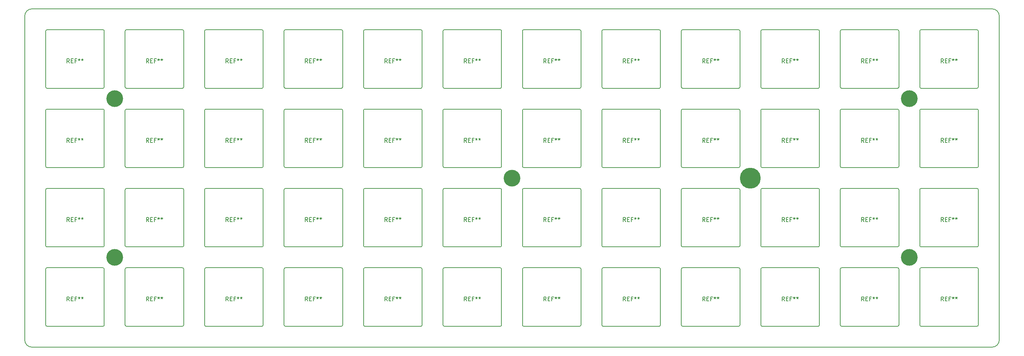
<source format=gtl>
G04 #@! TF.GenerationSoftware,KiCad,Pcbnew,5.0.1*
G04 #@! TF.CreationDate,2019-02-20T22:23:28-03:00*
G04 #@! TF.ProjectId,fullGrid,66756C6C477269642E6B696361645F70,V3.0.7*
G04 #@! TF.SameCoordinates,Original*
G04 #@! TF.FileFunction,Copper,L1,Top,Signal*
G04 #@! TF.FilePolarity,Positive*
%FSLAX46Y46*%
G04 Gerber Fmt 4.6, Leading zero omitted, Abs format (unit mm)*
G04 Created by KiCad (PCBNEW 5.0.1) date Wed 20 Feb 2019 10:23:28 PM -03*
%MOMM*%
%LPD*%
G01*
G04 APERTURE LIST*
G04 #@! TA.AperFunction,NonConductor*
%ADD10C,0.150000*%
G04 #@! TD*
%ADD11C,0.150000*%
G04 #@! TA.AperFunction,EtchedComponent*
%ADD12C,0.150000*%
G04 #@! TD*
G04 #@! TA.AperFunction,ViaPad*
%ADD13C,4.000000*%
G04 #@! TD*
G04 #@! TA.AperFunction,ViaPad*
%ADD14C,5.000000*%
G04 #@! TD*
G04 APERTURE END LIST*
D10*
X31939170Y-64000682D02*
G75*
G02X33720426Y-62219426I1781256J0D01*
G01*
X31939170Y-64000682D02*
X31939170Y-141485318D01*
X33720426Y-143266574D02*
G75*
G02X31939170Y-141485318I0J1781256D01*
G01*
X264986830Y-141485318D02*
X264986830Y-64000682D01*
X264986830Y-141485318D02*
G75*
G02X263205574Y-143266574I-1781256J0D01*
G01*
X263205574Y-62219426D02*
G75*
G02X264986830Y-64000682I0J-1781256D01*
G01*
X33720426Y-143266574D02*
X263205574Y-143266574D01*
X33720426Y-62219426D02*
X263205574Y-62219426D01*
G04 #@! TO.C,REF\002A\002A*
D11*
X156629666Y-94195380D02*
X156296333Y-93719190D01*
X156058238Y-94195380D02*
X156058238Y-93195380D01*
X156439190Y-93195380D01*
X156534428Y-93243000D01*
X156582047Y-93290619D01*
X156629666Y-93385857D01*
X156629666Y-93528714D01*
X156582047Y-93623952D01*
X156534428Y-93671571D01*
X156439190Y-93719190D01*
X156058238Y-93719190D01*
X157058238Y-93671571D02*
X157391571Y-93671571D01*
X157534428Y-94195380D02*
X157058238Y-94195380D01*
X157058238Y-93195380D01*
X157534428Y-93195380D01*
X158296333Y-93671571D02*
X157963000Y-93671571D01*
X157963000Y-94195380D02*
X157963000Y-93195380D01*
X158439190Y-93195380D01*
X158963000Y-93195380D02*
X158963000Y-93433476D01*
X158724904Y-93338238D02*
X158963000Y-93433476D01*
X159201095Y-93338238D01*
X158820142Y-93623952D02*
X158963000Y-93433476D01*
X159105857Y-93623952D01*
X159724904Y-93195380D02*
X159724904Y-93433476D01*
X159486809Y-93338238D02*
X159724904Y-93433476D01*
X159963000Y-93338238D01*
X159582047Y-93623952D02*
X159724904Y-93433476D01*
X159867761Y-93623952D01*
X137629666Y-94195380D02*
X137296333Y-93719190D01*
X137058238Y-94195380D02*
X137058238Y-93195380D01*
X137439190Y-93195380D01*
X137534428Y-93243000D01*
X137582047Y-93290619D01*
X137629666Y-93385857D01*
X137629666Y-93528714D01*
X137582047Y-93623952D01*
X137534428Y-93671571D01*
X137439190Y-93719190D01*
X137058238Y-93719190D01*
X138058238Y-93671571D02*
X138391571Y-93671571D01*
X138534428Y-94195380D02*
X138058238Y-94195380D01*
X138058238Y-93195380D01*
X138534428Y-93195380D01*
X139296333Y-93671571D02*
X138963000Y-93671571D01*
X138963000Y-94195380D02*
X138963000Y-93195380D01*
X139439190Y-93195380D01*
X139963000Y-93195380D02*
X139963000Y-93433476D01*
X139724904Y-93338238D02*
X139963000Y-93433476D01*
X140201095Y-93338238D01*
X139820142Y-93623952D02*
X139963000Y-93433476D01*
X140105857Y-93623952D01*
X140724904Y-93195380D02*
X140724904Y-93433476D01*
X140486809Y-93338238D02*
X140724904Y-93433476D01*
X140963000Y-93338238D01*
X140582047Y-93623952D02*
X140724904Y-93433476D01*
X140867761Y-93623952D01*
X118629666Y-94195380D02*
X118296333Y-93719190D01*
X118058238Y-94195380D02*
X118058238Y-93195380D01*
X118439190Y-93195380D01*
X118534428Y-93243000D01*
X118582047Y-93290619D01*
X118629666Y-93385857D01*
X118629666Y-93528714D01*
X118582047Y-93623952D01*
X118534428Y-93671571D01*
X118439190Y-93719190D01*
X118058238Y-93719190D01*
X119058238Y-93671571D02*
X119391571Y-93671571D01*
X119534428Y-94195380D02*
X119058238Y-94195380D01*
X119058238Y-93195380D01*
X119534428Y-93195380D01*
X120296333Y-93671571D02*
X119963000Y-93671571D01*
X119963000Y-94195380D02*
X119963000Y-93195380D01*
X120439190Y-93195380D01*
X120963000Y-93195380D02*
X120963000Y-93433476D01*
X120724904Y-93338238D02*
X120963000Y-93433476D01*
X121201095Y-93338238D01*
X120820142Y-93623952D02*
X120963000Y-93433476D01*
X121105857Y-93623952D01*
X121724904Y-93195380D02*
X121724904Y-93433476D01*
X121486809Y-93338238D02*
X121724904Y-93433476D01*
X121963000Y-93338238D01*
X121582047Y-93623952D02*
X121724904Y-93433476D01*
X121867761Y-93623952D01*
X99629666Y-94195380D02*
X99296333Y-93719190D01*
X99058238Y-94195380D02*
X99058238Y-93195380D01*
X99439190Y-93195380D01*
X99534428Y-93243000D01*
X99582047Y-93290619D01*
X99629666Y-93385857D01*
X99629666Y-93528714D01*
X99582047Y-93623952D01*
X99534428Y-93671571D01*
X99439190Y-93719190D01*
X99058238Y-93719190D01*
X100058238Y-93671571D02*
X100391571Y-93671571D01*
X100534428Y-94195380D02*
X100058238Y-94195380D01*
X100058238Y-93195380D01*
X100534428Y-93195380D01*
X101296333Y-93671571D02*
X100963000Y-93671571D01*
X100963000Y-94195380D02*
X100963000Y-93195380D01*
X101439190Y-93195380D01*
X101963000Y-93195380D02*
X101963000Y-93433476D01*
X101724904Y-93338238D02*
X101963000Y-93433476D01*
X102201095Y-93338238D01*
X101820142Y-93623952D02*
X101963000Y-93433476D01*
X102105857Y-93623952D01*
X102724904Y-93195380D02*
X102724904Y-93433476D01*
X102486809Y-93338238D02*
X102724904Y-93433476D01*
X102963000Y-93338238D01*
X102582047Y-93623952D02*
X102724904Y-93433476D01*
X102867761Y-93623952D01*
X80629666Y-94195380D02*
X80296333Y-93719190D01*
X80058238Y-94195380D02*
X80058238Y-93195380D01*
X80439190Y-93195380D01*
X80534428Y-93243000D01*
X80582047Y-93290619D01*
X80629666Y-93385857D01*
X80629666Y-93528714D01*
X80582047Y-93623952D01*
X80534428Y-93671571D01*
X80439190Y-93719190D01*
X80058238Y-93719190D01*
X81058238Y-93671571D02*
X81391571Y-93671571D01*
X81534428Y-94195380D02*
X81058238Y-94195380D01*
X81058238Y-93195380D01*
X81534428Y-93195380D01*
X82296333Y-93671571D02*
X81963000Y-93671571D01*
X81963000Y-94195380D02*
X81963000Y-93195380D01*
X82439190Y-93195380D01*
X82963000Y-93195380D02*
X82963000Y-93433476D01*
X82724904Y-93338238D02*
X82963000Y-93433476D01*
X83201095Y-93338238D01*
X82820142Y-93623952D02*
X82963000Y-93433476D01*
X83105857Y-93623952D01*
X83724904Y-93195380D02*
X83724904Y-93433476D01*
X83486809Y-93338238D02*
X83724904Y-93433476D01*
X83963000Y-93338238D01*
X83582047Y-93623952D02*
X83724904Y-93433476D01*
X83867761Y-93623952D01*
X61629666Y-94195380D02*
X61296333Y-93719190D01*
X61058238Y-94195380D02*
X61058238Y-93195380D01*
X61439190Y-93195380D01*
X61534428Y-93243000D01*
X61582047Y-93290619D01*
X61629666Y-93385857D01*
X61629666Y-93528714D01*
X61582047Y-93623952D01*
X61534428Y-93671571D01*
X61439190Y-93719190D01*
X61058238Y-93719190D01*
X62058238Y-93671571D02*
X62391571Y-93671571D01*
X62534428Y-94195380D02*
X62058238Y-94195380D01*
X62058238Y-93195380D01*
X62534428Y-93195380D01*
X63296333Y-93671571D02*
X62963000Y-93671571D01*
X62963000Y-94195380D02*
X62963000Y-93195380D01*
X63439190Y-93195380D01*
X63963000Y-93195380D02*
X63963000Y-93433476D01*
X63724904Y-93338238D02*
X63963000Y-93433476D01*
X64201095Y-93338238D01*
X63820142Y-93623952D02*
X63963000Y-93433476D01*
X64105857Y-93623952D01*
X64724904Y-93195380D02*
X64724904Y-93433476D01*
X64486809Y-93338238D02*
X64724904Y-93433476D01*
X64963000Y-93338238D01*
X64582047Y-93623952D02*
X64724904Y-93433476D01*
X64867761Y-93623952D01*
X42629666Y-94195380D02*
X42296333Y-93719190D01*
X42058238Y-94195380D02*
X42058238Y-93195380D01*
X42439190Y-93195380D01*
X42534428Y-93243000D01*
X42582047Y-93290619D01*
X42629666Y-93385857D01*
X42629666Y-93528714D01*
X42582047Y-93623952D01*
X42534428Y-93671571D01*
X42439190Y-93719190D01*
X42058238Y-93719190D01*
X43058238Y-93671571D02*
X43391571Y-93671571D01*
X43534428Y-94195380D02*
X43058238Y-94195380D01*
X43058238Y-93195380D01*
X43534428Y-93195380D01*
X44296333Y-93671571D02*
X43963000Y-93671571D01*
X43963000Y-94195380D02*
X43963000Y-93195380D01*
X44439190Y-93195380D01*
X44963000Y-93195380D02*
X44963000Y-93433476D01*
X44724904Y-93338238D02*
X44963000Y-93433476D01*
X45201095Y-93338238D01*
X44820142Y-93623952D02*
X44963000Y-93433476D01*
X45105857Y-93623952D01*
X45724904Y-93195380D02*
X45724904Y-93433476D01*
X45486809Y-93338238D02*
X45724904Y-93433476D01*
X45963000Y-93338238D01*
X45582047Y-93623952D02*
X45724904Y-93433476D01*
X45867761Y-93623952D01*
X175629666Y-94195380D02*
X175296333Y-93719190D01*
X175058238Y-94195380D02*
X175058238Y-93195380D01*
X175439190Y-93195380D01*
X175534428Y-93243000D01*
X175582047Y-93290619D01*
X175629666Y-93385857D01*
X175629666Y-93528714D01*
X175582047Y-93623952D01*
X175534428Y-93671571D01*
X175439190Y-93719190D01*
X175058238Y-93719190D01*
X176058238Y-93671571D02*
X176391571Y-93671571D01*
X176534428Y-94195380D02*
X176058238Y-94195380D01*
X176058238Y-93195380D01*
X176534428Y-93195380D01*
X177296333Y-93671571D02*
X176963000Y-93671571D01*
X176963000Y-94195380D02*
X176963000Y-93195380D01*
X177439190Y-93195380D01*
X177963000Y-93195380D02*
X177963000Y-93433476D01*
X177724904Y-93338238D02*
X177963000Y-93433476D01*
X178201095Y-93338238D01*
X177820142Y-93623952D02*
X177963000Y-93433476D01*
X178105857Y-93623952D01*
X178724904Y-93195380D02*
X178724904Y-93433476D01*
X178486809Y-93338238D02*
X178724904Y-93433476D01*
X178963000Y-93338238D01*
X178582047Y-93623952D02*
X178724904Y-93433476D01*
X178867761Y-93623952D01*
X194629666Y-94195380D02*
X194296333Y-93719190D01*
X194058238Y-94195380D02*
X194058238Y-93195380D01*
X194439190Y-93195380D01*
X194534428Y-93243000D01*
X194582047Y-93290619D01*
X194629666Y-93385857D01*
X194629666Y-93528714D01*
X194582047Y-93623952D01*
X194534428Y-93671571D01*
X194439190Y-93719190D01*
X194058238Y-93719190D01*
X195058238Y-93671571D02*
X195391571Y-93671571D01*
X195534428Y-94195380D02*
X195058238Y-94195380D01*
X195058238Y-93195380D01*
X195534428Y-93195380D01*
X196296333Y-93671571D02*
X195963000Y-93671571D01*
X195963000Y-94195380D02*
X195963000Y-93195380D01*
X196439190Y-93195380D01*
X196963000Y-93195380D02*
X196963000Y-93433476D01*
X196724904Y-93338238D02*
X196963000Y-93433476D01*
X197201095Y-93338238D01*
X196820142Y-93623952D02*
X196963000Y-93433476D01*
X197105857Y-93623952D01*
X197724904Y-93195380D02*
X197724904Y-93433476D01*
X197486809Y-93338238D02*
X197724904Y-93433476D01*
X197963000Y-93338238D01*
X197582047Y-93623952D02*
X197724904Y-93433476D01*
X197867761Y-93623952D01*
X213629666Y-94195380D02*
X213296333Y-93719190D01*
X213058238Y-94195380D02*
X213058238Y-93195380D01*
X213439190Y-93195380D01*
X213534428Y-93243000D01*
X213582047Y-93290619D01*
X213629666Y-93385857D01*
X213629666Y-93528714D01*
X213582047Y-93623952D01*
X213534428Y-93671571D01*
X213439190Y-93719190D01*
X213058238Y-93719190D01*
X214058238Y-93671571D02*
X214391571Y-93671571D01*
X214534428Y-94195380D02*
X214058238Y-94195380D01*
X214058238Y-93195380D01*
X214534428Y-93195380D01*
X215296333Y-93671571D02*
X214963000Y-93671571D01*
X214963000Y-94195380D02*
X214963000Y-93195380D01*
X215439190Y-93195380D01*
X215963000Y-93195380D02*
X215963000Y-93433476D01*
X215724904Y-93338238D02*
X215963000Y-93433476D01*
X216201095Y-93338238D01*
X215820142Y-93623952D02*
X215963000Y-93433476D01*
X216105857Y-93623952D01*
X216724904Y-93195380D02*
X216724904Y-93433476D01*
X216486809Y-93338238D02*
X216724904Y-93433476D01*
X216963000Y-93338238D01*
X216582047Y-93623952D02*
X216724904Y-93433476D01*
X216867761Y-93623952D01*
X232629666Y-94195380D02*
X232296333Y-93719190D01*
X232058238Y-94195380D02*
X232058238Y-93195380D01*
X232439190Y-93195380D01*
X232534428Y-93243000D01*
X232582047Y-93290619D01*
X232629666Y-93385857D01*
X232629666Y-93528714D01*
X232582047Y-93623952D01*
X232534428Y-93671571D01*
X232439190Y-93719190D01*
X232058238Y-93719190D01*
X233058238Y-93671571D02*
X233391571Y-93671571D01*
X233534428Y-94195380D02*
X233058238Y-94195380D01*
X233058238Y-93195380D01*
X233534428Y-93195380D01*
X234296333Y-93671571D02*
X233963000Y-93671571D01*
X233963000Y-94195380D02*
X233963000Y-93195380D01*
X234439190Y-93195380D01*
X234963000Y-93195380D02*
X234963000Y-93433476D01*
X234724904Y-93338238D02*
X234963000Y-93433476D01*
X235201095Y-93338238D01*
X234820142Y-93623952D02*
X234963000Y-93433476D01*
X235105857Y-93623952D01*
X235724904Y-93195380D02*
X235724904Y-93433476D01*
X235486809Y-93338238D02*
X235724904Y-93433476D01*
X235963000Y-93338238D01*
X235582047Y-93623952D02*
X235724904Y-93433476D01*
X235867761Y-93623952D01*
X251629666Y-94195380D02*
X251296333Y-93719190D01*
X251058238Y-94195380D02*
X251058238Y-93195380D01*
X251439190Y-93195380D01*
X251534428Y-93243000D01*
X251582047Y-93290619D01*
X251629666Y-93385857D01*
X251629666Y-93528714D01*
X251582047Y-93623952D01*
X251534428Y-93671571D01*
X251439190Y-93719190D01*
X251058238Y-93719190D01*
X252058238Y-93671571D02*
X252391571Y-93671571D01*
X252534428Y-94195380D02*
X252058238Y-94195380D01*
X252058238Y-93195380D01*
X252534428Y-93195380D01*
X253296333Y-93671571D02*
X252963000Y-93671571D01*
X252963000Y-94195380D02*
X252963000Y-93195380D01*
X253439190Y-93195380D01*
X253963000Y-93195380D02*
X253963000Y-93433476D01*
X253724904Y-93338238D02*
X253963000Y-93433476D01*
X254201095Y-93338238D01*
X253820142Y-93623952D02*
X253963000Y-93433476D01*
X254105857Y-93623952D01*
X254724904Y-93195380D02*
X254724904Y-93433476D01*
X254486809Y-93338238D02*
X254724904Y-93433476D01*
X254963000Y-93338238D01*
X254582047Y-93623952D02*
X254724904Y-93433476D01*
X254867761Y-93623952D01*
X42629666Y-75195380D02*
X42296333Y-74719190D01*
X42058238Y-75195380D02*
X42058238Y-74195380D01*
X42439190Y-74195380D01*
X42534428Y-74243000D01*
X42582047Y-74290619D01*
X42629666Y-74385857D01*
X42629666Y-74528714D01*
X42582047Y-74623952D01*
X42534428Y-74671571D01*
X42439190Y-74719190D01*
X42058238Y-74719190D01*
X43058238Y-74671571D02*
X43391571Y-74671571D01*
X43534428Y-75195380D02*
X43058238Y-75195380D01*
X43058238Y-74195380D01*
X43534428Y-74195380D01*
X44296333Y-74671571D02*
X43963000Y-74671571D01*
X43963000Y-75195380D02*
X43963000Y-74195380D01*
X44439190Y-74195380D01*
X44963000Y-74195380D02*
X44963000Y-74433476D01*
X44724904Y-74338238D02*
X44963000Y-74433476D01*
X45201095Y-74338238D01*
X44820142Y-74623952D02*
X44963000Y-74433476D01*
X45105857Y-74623952D01*
X45724904Y-74195380D02*
X45724904Y-74433476D01*
X45486809Y-74338238D02*
X45724904Y-74433476D01*
X45963000Y-74338238D01*
X45582047Y-74623952D02*
X45724904Y-74433476D01*
X45867761Y-74623952D01*
X213629666Y-75195380D02*
X213296333Y-74719190D01*
X213058238Y-75195380D02*
X213058238Y-74195380D01*
X213439190Y-74195380D01*
X213534428Y-74243000D01*
X213582047Y-74290619D01*
X213629666Y-74385857D01*
X213629666Y-74528714D01*
X213582047Y-74623952D01*
X213534428Y-74671571D01*
X213439190Y-74719190D01*
X213058238Y-74719190D01*
X214058238Y-74671571D02*
X214391571Y-74671571D01*
X214534428Y-75195380D02*
X214058238Y-75195380D01*
X214058238Y-74195380D01*
X214534428Y-74195380D01*
X215296333Y-74671571D02*
X214963000Y-74671571D01*
X214963000Y-75195380D02*
X214963000Y-74195380D01*
X215439190Y-74195380D01*
X215963000Y-74195380D02*
X215963000Y-74433476D01*
X215724904Y-74338238D02*
X215963000Y-74433476D01*
X216201095Y-74338238D01*
X215820142Y-74623952D02*
X215963000Y-74433476D01*
X216105857Y-74623952D01*
X216724904Y-74195380D02*
X216724904Y-74433476D01*
X216486809Y-74338238D02*
X216724904Y-74433476D01*
X216963000Y-74338238D01*
X216582047Y-74623952D02*
X216724904Y-74433476D01*
X216867761Y-74623952D01*
X61629666Y-75195380D02*
X61296333Y-74719190D01*
X61058238Y-75195380D02*
X61058238Y-74195380D01*
X61439190Y-74195380D01*
X61534428Y-74243000D01*
X61582047Y-74290619D01*
X61629666Y-74385857D01*
X61629666Y-74528714D01*
X61582047Y-74623952D01*
X61534428Y-74671571D01*
X61439190Y-74719190D01*
X61058238Y-74719190D01*
X62058238Y-74671571D02*
X62391571Y-74671571D01*
X62534428Y-75195380D02*
X62058238Y-75195380D01*
X62058238Y-74195380D01*
X62534428Y-74195380D01*
X63296333Y-74671571D02*
X62963000Y-74671571D01*
X62963000Y-75195380D02*
X62963000Y-74195380D01*
X63439190Y-74195380D01*
X63963000Y-74195380D02*
X63963000Y-74433476D01*
X63724904Y-74338238D02*
X63963000Y-74433476D01*
X64201095Y-74338238D01*
X63820142Y-74623952D02*
X63963000Y-74433476D01*
X64105857Y-74623952D01*
X64724904Y-74195380D02*
X64724904Y-74433476D01*
X64486809Y-74338238D02*
X64724904Y-74433476D01*
X64963000Y-74338238D01*
X64582047Y-74623952D02*
X64724904Y-74433476D01*
X64867761Y-74623952D01*
X80629666Y-75195380D02*
X80296333Y-74719190D01*
X80058238Y-75195380D02*
X80058238Y-74195380D01*
X80439190Y-74195380D01*
X80534428Y-74243000D01*
X80582047Y-74290619D01*
X80629666Y-74385857D01*
X80629666Y-74528714D01*
X80582047Y-74623952D01*
X80534428Y-74671571D01*
X80439190Y-74719190D01*
X80058238Y-74719190D01*
X81058238Y-74671571D02*
X81391571Y-74671571D01*
X81534428Y-75195380D02*
X81058238Y-75195380D01*
X81058238Y-74195380D01*
X81534428Y-74195380D01*
X82296333Y-74671571D02*
X81963000Y-74671571D01*
X81963000Y-75195380D02*
X81963000Y-74195380D01*
X82439190Y-74195380D01*
X82963000Y-74195380D02*
X82963000Y-74433476D01*
X82724904Y-74338238D02*
X82963000Y-74433476D01*
X83201095Y-74338238D01*
X82820142Y-74623952D02*
X82963000Y-74433476D01*
X83105857Y-74623952D01*
X83724904Y-74195380D02*
X83724904Y-74433476D01*
X83486809Y-74338238D02*
X83724904Y-74433476D01*
X83963000Y-74338238D01*
X83582047Y-74623952D02*
X83724904Y-74433476D01*
X83867761Y-74623952D01*
X251629666Y-75195380D02*
X251296333Y-74719190D01*
X251058238Y-75195380D02*
X251058238Y-74195380D01*
X251439190Y-74195380D01*
X251534428Y-74243000D01*
X251582047Y-74290619D01*
X251629666Y-74385857D01*
X251629666Y-74528714D01*
X251582047Y-74623952D01*
X251534428Y-74671571D01*
X251439190Y-74719190D01*
X251058238Y-74719190D01*
X252058238Y-74671571D02*
X252391571Y-74671571D01*
X252534428Y-75195380D02*
X252058238Y-75195380D01*
X252058238Y-74195380D01*
X252534428Y-74195380D01*
X253296333Y-74671571D02*
X252963000Y-74671571D01*
X252963000Y-75195380D02*
X252963000Y-74195380D01*
X253439190Y-74195380D01*
X253963000Y-74195380D02*
X253963000Y-74433476D01*
X253724904Y-74338238D02*
X253963000Y-74433476D01*
X254201095Y-74338238D01*
X253820142Y-74623952D02*
X253963000Y-74433476D01*
X254105857Y-74623952D01*
X254724904Y-74195380D02*
X254724904Y-74433476D01*
X254486809Y-74338238D02*
X254724904Y-74433476D01*
X254963000Y-74338238D01*
X254582047Y-74623952D02*
X254724904Y-74433476D01*
X254867761Y-74623952D01*
X175629666Y-75195380D02*
X175296333Y-74719190D01*
X175058238Y-75195380D02*
X175058238Y-74195380D01*
X175439190Y-74195380D01*
X175534428Y-74243000D01*
X175582047Y-74290619D01*
X175629666Y-74385857D01*
X175629666Y-74528714D01*
X175582047Y-74623952D01*
X175534428Y-74671571D01*
X175439190Y-74719190D01*
X175058238Y-74719190D01*
X176058238Y-74671571D02*
X176391571Y-74671571D01*
X176534428Y-75195380D02*
X176058238Y-75195380D01*
X176058238Y-74195380D01*
X176534428Y-74195380D01*
X177296333Y-74671571D02*
X176963000Y-74671571D01*
X176963000Y-75195380D02*
X176963000Y-74195380D01*
X177439190Y-74195380D01*
X177963000Y-74195380D02*
X177963000Y-74433476D01*
X177724904Y-74338238D02*
X177963000Y-74433476D01*
X178201095Y-74338238D01*
X177820142Y-74623952D02*
X177963000Y-74433476D01*
X178105857Y-74623952D01*
X178724904Y-74195380D02*
X178724904Y-74433476D01*
X178486809Y-74338238D02*
X178724904Y-74433476D01*
X178963000Y-74338238D01*
X178582047Y-74623952D02*
X178724904Y-74433476D01*
X178867761Y-74623952D01*
X194629666Y-75195380D02*
X194296333Y-74719190D01*
X194058238Y-75195380D02*
X194058238Y-74195380D01*
X194439190Y-74195380D01*
X194534428Y-74243000D01*
X194582047Y-74290619D01*
X194629666Y-74385857D01*
X194629666Y-74528714D01*
X194582047Y-74623952D01*
X194534428Y-74671571D01*
X194439190Y-74719190D01*
X194058238Y-74719190D01*
X195058238Y-74671571D02*
X195391571Y-74671571D01*
X195534428Y-75195380D02*
X195058238Y-75195380D01*
X195058238Y-74195380D01*
X195534428Y-74195380D01*
X196296333Y-74671571D02*
X195963000Y-74671571D01*
X195963000Y-75195380D02*
X195963000Y-74195380D01*
X196439190Y-74195380D01*
X196963000Y-74195380D02*
X196963000Y-74433476D01*
X196724904Y-74338238D02*
X196963000Y-74433476D01*
X197201095Y-74338238D01*
X196820142Y-74623952D02*
X196963000Y-74433476D01*
X197105857Y-74623952D01*
X197724904Y-74195380D02*
X197724904Y-74433476D01*
X197486809Y-74338238D02*
X197724904Y-74433476D01*
X197963000Y-74338238D01*
X197582047Y-74623952D02*
X197724904Y-74433476D01*
X197867761Y-74623952D01*
X99629666Y-75195380D02*
X99296333Y-74719190D01*
X99058238Y-75195380D02*
X99058238Y-74195380D01*
X99439190Y-74195380D01*
X99534428Y-74243000D01*
X99582047Y-74290619D01*
X99629666Y-74385857D01*
X99629666Y-74528714D01*
X99582047Y-74623952D01*
X99534428Y-74671571D01*
X99439190Y-74719190D01*
X99058238Y-74719190D01*
X100058238Y-74671571D02*
X100391571Y-74671571D01*
X100534428Y-75195380D02*
X100058238Y-75195380D01*
X100058238Y-74195380D01*
X100534428Y-74195380D01*
X101296333Y-74671571D02*
X100963000Y-74671571D01*
X100963000Y-75195380D02*
X100963000Y-74195380D01*
X101439190Y-74195380D01*
X101963000Y-74195380D02*
X101963000Y-74433476D01*
X101724904Y-74338238D02*
X101963000Y-74433476D01*
X102201095Y-74338238D01*
X101820142Y-74623952D02*
X101963000Y-74433476D01*
X102105857Y-74623952D01*
X102724904Y-74195380D02*
X102724904Y-74433476D01*
X102486809Y-74338238D02*
X102724904Y-74433476D01*
X102963000Y-74338238D01*
X102582047Y-74623952D02*
X102724904Y-74433476D01*
X102867761Y-74623952D01*
X137629666Y-75195380D02*
X137296333Y-74719190D01*
X137058238Y-75195380D02*
X137058238Y-74195380D01*
X137439190Y-74195380D01*
X137534428Y-74243000D01*
X137582047Y-74290619D01*
X137629666Y-74385857D01*
X137629666Y-74528714D01*
X137582047Y-74623952D01*
X137534428Y-74671571D01*
X137439190Y-74719190D01*
X137058238Y-74719190D01*
X138058238Y-74671571D02*
X138391571Y-74671571D01*
X138534428Y-75195380D02*
X138058238Y-75195380D01*
X138058238Y-74195380D01*
X138534428Y-74195380D01*
X139296333Y-74671571D02*
X138963000Y-74671571D01*
X138963000Y-75195380D02*
X138963000Y-74195380D01*
X139439190Y-74195380D01*
X139963000Y-74195380D02*
X139963000Y-74433476D01*
X139724904Y-74338238D02*
X139963000Y-74433476D01*
X140201095Y-74338238D01*
X139820142Y-74623952D02*
X139963000Y-74433476D01*
X140105857Y-74623952D01*
X140724904Y-74195380D02*
X140724904Y-74433476D01*
X140486809Y-74338238D02*
X140724904Y-74433476D01*
X140963000Y-74338238D01*
X140582047Y-74623952D02*
X140724904Y-74433476D01*
X140867761Y-74623952D01*
X156629666Y-75195380D02*
X156296333Y-74719190D01*
X156058238Y-75195380D02*
X156058238Y-74195380D01*
X156439190Y-74195380D01*
X156534428Y-74243000D01*
X156582047Y-74290619D01*
X156629666Y-74385857D01*
X156629666Y-74528714D01*
X156582047Y-74623952D01*
X156534428Y-74671571D01*
X156439190Y-74719190D01*
X156058238Y-74719190D01*
X157058238Y-74671571D02*
X157391571Y-74671571D01*
X157534428Y-75195380D02*
X157058238Y-75195380D01*
X157058238Y-74195380D01*
X157534428Y-74195380D01*
X158296333Y-74671571D02*
X157963000Y-74671571D01*
X157963000Y-75195380D02*
X157963000Y-74195380D01*
X158439190Y-74195380D01*
X158963000Y-74195380D02*
X158963000Y-74433476D01*
X158724904Y-74338238D02*
X158963000Y-74433476D01*
X159201095Y-74338238D01*
X158820142Y-74623952D02*
X158963000Y-74433476D01*
X159105857Y-74623952D01*
X159724904Y-74195380D02*
X159724904Y-74433476D01*
X159486809Y-74338238D02*
X159724904Y-74433476D01*
X159963000Y-74338238D01*
X159582047Y-74623952D02*
X159724904Y-74433476D01*
X159867761Y-74623952D01*
X118629666Y-75195380D02*
X118296333Y-74719190D01*
X118058238Y-75195380D02*
X118058238Y-74195380D01*
X118439190Y-74195380D01*
X118534428Y-74243000D01*
X118582047Y-74290619D01*
X118629666Y-74385857D01*
X118629666Y-74528714D01*
X118582047Y-74623952D01*
X118534428Y-74671571D01*
X118439190Y-74719190D01*
X118058238Y-74719190D01*
X119058238Y-74671571D02*
X119391571Y-74671571D01*
X119534428Y-75195380D02*
X119058238Y-75195380D01*
X119058238Y-74195380D01*
X119534428Y-74195380D01*
X120296333Y-74671571D02*
X119963000Y-74671571D01*
X119963000Y-75195380D02*
X119963000Y-74195380D01*
X120439190Y-74195380D01*
X120963000Y-74195380D02*
X120963000Y-74433476D01*
X120724904Y-74338238D02*
X120963000Y-74433476D01*
X121201095Y-74338238D01*
X120820142Y-74623952D02*
X120963000Y-74433476D01*
X121105857Y-74623952D01*
X121724904Y-74195380D02*
X121724904Y-74433476D01*
X121486809Y-74338238D02*
X121724904Y-74433476D01*
X121963000Y-74338238D01*
X121582047Y-74623952D02*
X121724904Y-74433476D01*
X121867761Y-74623952D01*
X118629666Y-113195380D02*
X118296333Y-112719190D01*
X118058238Y-113195380D02*
X118058238Y-112195380D01*
X118439190Y-112195380D01*
X118534428Y-112243000D01*
X118582047Y-112290619D01*
X118629666Y-112385857D01*
X118629666Y-112528714D01*
X118582047Y-112623952D01*
X118534428Y-112671571D01*
X118439190Y-112719190D01*
X118058238Y-112719190D01*
X119058238Y-112671571D02*
X119391571Y-112671571D01*
X119534428Y-113195380D02*
X119058238Y-113195380D01*
X119058238Y-112195380D01*
X119534428Y-112195380D01*
X120296333Y-112671571D02*
X119963000Y-112671571D01*
X119963000Y-113195380D02*
X119963000Y-112195380D01*
X120439190Y-112195380D01*
X120963000Y-112195380D02*
X120963000Y-112433476D01*
X120724904Y-112338238D02*
X120963000Y-112433476D01*
X121201095Y-112338238D01*
X120820142Y-112623952D02*
X120963000Y-112433476D01*
X121105857Y-112623952D01*
X121724904Y-112195380D02*
X121724904Y-112433476D01*
X121486809Y-112338238D02*
X121724904Y-112433476D01*
X121963000Y-112338238D01*
X121582047Y-112623952D02*
X121724904Y-112433476D01*
X121867761Y-112623952D01*
X213629666Y-113195380D02*
X213296333Y-112719190D01*
X213058238Y-113195380D02*
X213058238Y-112195380D01*
X213439190Y-112195380D01*
X213534428Y-112243000D01*
X213582047Y-112290619D01*
X213629666Y-112385857D01*
X213629666Y-112528714D01*
X213582047Y-112623952D01*
X213534428Y-112671571D01*
X213439190Y-112719190D01*
X213058238Y-112719190D01*
X214058238Y-112671571D02*
X214391571Y-112671571D01*
X214534428Y-113195380D02*
X214058238Y-113195380D01*
X214058238Y-112195380D01*
X214534428Y-112195380D01*
X215296333Y-112671571D02*
X214963000Y-112671571D01*
X214963000Y-113195380D02*
X214963000Y-112195380D01*
X215439190Y-112195380D01*
X215963000Y-112195380D02*
X215963000Y-112433476D01*
X215724904Y-112338238D02*
X215963000Y-112433476D01*
X216201095Y-112338238D01*
X215820142Y-112623952D02*
X215963000Y-112433476D01*
X216105857Y-112623952D01*
X216724904Y-112195380D02*
X216724904Y-112433476D01*
X216486809Y-112338238D02*
X216724904Y-112433476D01*
X216963000Y-112338238D01*
X216582047Y-112623952D02*
X216724904Y-112433476D01*
X216867761Y-112623952D01*
X99629666Y-113195380D02*
X99296333Y-112719190D01*
X99058238Y-113195380D02*
X99058238Y-112195380D01*
X99439190Y-112195380D01*
X99534428Y-112243000D01*
X99582047Y-112290619D01*
X99629666Y-112385857D01*
X99629666Y-112528714D01*
X99582047Y-112623952D01*
X99534428Y-112671571D01*
X99439190Y-112719190D01*
X99058238Y-112719190D01*
X100058238Y-112671571D02*
X100391571Y-112671571D01*
X100534428Y-113195380D02*
X100058238Y-113195380D01*
X100058238Y-112195380D01*
X100534428Y-112195380D01*
X101296333Y-112671571D02*
X100963000Y-112671571D01*
X100963000Y-113195380D02*
X100963000Y-112195380D01*
X101439190Y-112195380D01*
X101963000Y-112195380D02*
X101963000Y-112433476D01*
X101724904Y-112338238D02*
X101963000Y-112433476D01*
X102201095Y-112338238D01*
X101820142Y-112623952D02*
X101963000Y-112433476D01*
X102105857Y-112623952D01*
X102724904Y-112195380D02*
X102724904Y-112433476D01*
X102486809Y-112338238D02*
X102724904Y-112433476D01*
X102963000Y-112338238D01*
X102582047Y-112623952D02*
X102724904Y-112433476D01*
X102867761Y-112623952D01*
X156629666Y-113195380D02*
X156296333Y-112719190D01*
X156058238Y-113195380D02*
X156058238Y-112195380D01*
X156439190Y-112195380D01*
X156534428Y-112243000D01*
X156582047Y-112290619D01*
X156629666Y-112385857D01*
X156629666Y-112528714D01*
X156582047Y-112623952D01*
X156534428Y-112671571D01*
X156439190Y-112719190D01*
X156058238Y-112719190D01*
X157058238Y-112671571D02*
X157391571Y-112671571D01*
X157534428Y-113195380D02*
X157058238Y-113195380D01*
X157058238Y-112195380D01*
X157534428Y-112195380D01*
X158296333Y-112671571D02*
X157963000Y-112671571D01*
X157963000Y-113195380D02*
X157963000Y-112195380D01*
X158439190Y-112195380D01*
X158963000Y-112195380D02*
X158963000Y-112433476D01*
X158724904Y-112338238D02*
X158963000Y-112433476D01*
X159201095Y-112338238D01*
X158820142Y-112623952D02*
X158963000Y-112433476D01*
X159105857Y-112623952D01*
X159724904Y-112195380D02*
X159724904Y-112433476D01*
X159486809Y-112338238D02*
X159724904Y-112433476D01*
X159963000Y-112338238D01*
X159582047Y-112623952D02*
X159724904Y-112433476D01*
X159867761Y-112623952D01*
X137629666Y-113195380D02*
X137296333Y-112719190D01*
X137058238Y-113195380D02*
X137058238Y-112195380D01*
X137439190Y-112195380D01*
X137534428Y-112243000D01*
X137582047Y-112290619D01*
X137629666Y-112385857D01*
X137629666Y-112528714D01*
X137582047Y-112623952D01*
X137534428Y-112671571D01*
X137439190Y-112719190D01*
X137058238Y-112719190D01*
X138058238Y-112671571D02*
X138391571Y-112671571D01*
X138534428Y-113195380D02*
X138058238Y-113195380D01*
X138058238Y-112195380D01*
X138534428Y-112195380D01*
X139296333Y-112671571D02*
X138963000Y-112671571D01*
X138963000Y-113195380D02*
X138963000Y-112195380D01*
X139439190Y-112195380D01*
X139963000Y-112195380D02*
X139963000Y-112433476D01*
X139724904Y-112338238D02*
X139963000Y-112433476D01*
X140201095Y-112338238D01*
X139820142Y-112623952D02*
X139963000Y-112433476D01*
X140105857Y-112623952D01*
X140724904Y-112195380D02*
X140724904Y-112433476D01*
X140486809Y-112338238D02*
X140724904Y-112433476D01*
X140963000Y-112338238D01*
X140582047Y-112623952D02*
X140724904Y-112433476D01*
X140867761Y-112623952D01*
X42629666Y-113195380D02*
X42296333Y-112719190D01*
X42058238Y-113195380D02*
X42058238Y-112195380D01*
X42439190Y-112195380D01*
X42534428Y-112243000D01*
X42582047Y-112290619D01*
X42629666Y-112385857D01*
X42629666Y-112528714D01*
X42582047Y-112623952D01*
X42534428Y-112671571D01*
X42439190Y-112719190D01*
X42058238Y-112719190D01*
X43058238Y-112671571D02*
X43391571Y-112671571D01*
X43534428Y-113195380D02*
X43058238Y-113195380D01*
X43058238Y-112195380D01*
X43534428Y-112195380D01*
X44296333Y-112671571D02*
X43963000Y-112671571D01*
X43963000Y-113195380D02*
X43963000Y-112195380D01*
X44439190Y-112195380D01*
X44963000Y-112195380D02*
X44963000Y-112433476D01*
X44724904Y-112338238D02*
X44963000Y-112433476D01*
X45201095Y-112338238D01*
X44820142Y-112623952D02*
X44963000Y-112433476D01*
X45105857Y-112623952D01*
X45724904Y-112195380D02*
X45724904Y-112433476D01*
X45486809Y-112338238D02*
X45724904Y-112433476D01*
X45963000Y-112338238D01*
X45582047Y-112623952D02*
X45724904Y-112433476D01*
X45867761Y-112623952D01*
X61629666Y-113195380D02*
X61296333Y-112719190D01*
X61058238Y-113195380D02*
X61058238Y-112195380D01*
X61439190Y-112195380D01*
X61534428Y-112243000D01*
X61582047Y-112290619D01*
X61629666Y-112385857D01*
X61629666Y-112528714D01*
X61582047Y-112623952D01*
X61534428Y-112671571D01*
X61439190Y-112719190D01*
X61058238Y-112719190D01*
X62058238Y-112671571D02*
X62391571Y-112671571D01*
X62534428Y-113195380D02*
X62058238Y-113195380D01*
X62058238Y-112195380D01*
X62534428Y-112195380D01*
X63296333Y-112671571D02*
X62963000Y-112671571D01*
X62963000Y-113195380D02*
X62963000Y-112195380D01*
X63439190Y-112195380D01*
X63963000Y-112195380D02*
X63963000Y-112433476D01*
X63724904Y-112338238D02*
X63963000Y-112433476D01*
X64201095Y-112338238D01*
X63820142Y-112623952D02*
X63963000Y-112433476D01*
X64105857Y-112623952D01*
X64724904Y-112195380D02*
X64724904Y-112433476D01*
X64486809Y-112338238D02*
X64724904Y-112433476D01*
X64963000Y-112338238D01*
X64582047Y-112623952D02*
X64724904Y-112433476D01*
X64867761Y-112623952D01*
X175629666Y-113195380D02*
X175296333Y-112719190D01*
X175058238Y-113195380D02*
X175058238Y-112195380D01*
X175439190Y-112195380D01*
X175534428Y-112243000D01*
X175582047Y-112290619D01*
X175629666Y-112385857D01*
X175629666Y-112528714D01*
X175582047Y-112623952D01*
X175534428Y-112671571D01*
X175439190Y-112719190D01*
X175058238Y-112719190D01*
X176058238Y-112671571D02*
X176391571Y-112671571D01*
X176534428Y-113195380D02*
X176058238Y-113195380D01*
X176058238Y-112195380D01*
X176534428Y-112195380D01*
X177296333Y-112671571D02*
X176963000Y-112671571D01*
X176963000Y-113195380D02*
X176963000Y-112195380D01*
X177439190Y-112195380D01*
X177963000Y-112195380D02*
X177963000Y-112433476D01*
X177724904Y-112338238D02*
X177963000Y-112433476D01*
X178201095Y-112338238D01*
X177820142Y-112623952D02*
X177963000Y-112433476D01*
X178105857Y-112623952D01*
X178724904Y-112195380D02*
X178724904Y-112433476D01*
X178486809Y-112338238D02*
X178724904Y-112433476D01*
X178963000Y-112338238D01*
X178582047Y-112623952D02*
X178724904Y-112433476D01*
X178867761Y-112623952D01*
X80629666Y-113195380D02*
X80296333Y-112719190D01*
X80058238Y-113195380D02*
X80058238Y-112195380D01*
X80439190Y-112195380D01*
X80534428Y-112243000D01*
X80582047Y-112290619D01*
X80629666Y-112385857D01*
X80629666Y-112528714D01*
X80582047Y-112623952D01*
X80534428Y-112671571D01*
X80439190Y-112719190D01*
X80058238Y-112719190D01*
X81058238Y-112671571D02*
X81391571Y-112671571D01*
X81534428Y-113195380D02*
X81058238Y-113195380D01*
X81058238Y-112195380D01*
X81534428Y-112195380D01*
X82296333Y-112671571D02*
X81963000Y-112671571D01*
X81963000Y-113195380D02*
X81963000Y-112195380D01*
X82439190Y-112195380D01*
X82963000Y-112195380D02*
X82963000Y-112433476D01*
X82724904Y-112338238D02*
X82963000Y-112433476D01*
X83201095Y-112338238D01*
X82820142Y-112623952D02*
X82963000Y-112433476D01*
X83105857Y-112623952D01*
X83724904Y-112195380D02*
X83724904Y-112433476D01*
X83486809Y-112338238D02*
X83724904Y-112433476D01*
X83963000Y-112338238D01*
X83582047Y-112623952D02*
X83724904Y-112433476D01*
X83867761Y-112623952D01*
X251629666Y-113195380D02*
X251296333Y-112719190D01*
X251058238Y-113195380D02*
X251058238Y-112195380D01*
X251439190Y-112195380D01*
X251534428Y-112243000D01*
X251582047Y-112290619D01*
X251629666Y-112385857D01*
X251629666Y-112528714D01*
X251582047Y-112623952D01*
X251534428Y-112671571D01*
X251439190Y-112719190D01*
X251058238Y-112719190D01*
X252058238Y-112671571D02*
X252391571Y-112671571D01*
X252534428Y-113195380D02*
X252058238Y-113195380D01*
X252058238Y-112195380D01*
X252534428Y-112195380D01*
X253296333Y-112671571D02*
X252963000Y-112671571D01*
X252963000Y-113195380D02*
X252963000Y-112195380D01*
X253439190Y-112195380D01*
X253963000Y-112195380D02*
X253963000Y-112433476D01*
X253724904Y-112338238D02*
X253963000Y-112433476D01*
X254201095Y-112338238D01*
X253820142Y-112623952D02*
X253963000Y-112433476D01*
X254105857Y-112623952D01*
X254724904Y-112195380D02*
X254724904Y-112433476D01*
X254486809Y-112338238D02*
X254724904Y-112433476D01*
X254963000Y-112338238D01*
X254582047Y-112623952D02*
X254724904Y-112433476D01*
X254867761Y-112623952D01*
X194629666Y-113195380D02*
X194296333Y-112719190D01*
X194058238Y-113195380D02*
X194058238Y-112195380D01*
X194439190Y-112195380D01*
X194534428Y-112243000D01*
X194582047Y-112290619D01*
X194629666Y-112385857D01*
X194629666Y-112528714D01*
X194582047Y-112623952D01*
X194534428Y-112671571D01*
X194439190Y-112719190D01*
X194058238Y-112719190D01*
X195058238Y-112671571D02*
X195391571Y-112671571D01*
X195534428Y-113195380D02*
X195058238Y-113195380D01*
X195058238Y-112195380D01*
X195534428Y-112195380D01*
X196296333Y-112671571D02*
X195963000Y-112671571D01*
X195963000Y-113195380D02*
X195963000Y-112195380D01*
X196439190Y-112195380D01*
X196963000Y-112195380D02*
X196963000Y-112433476D01*
X196724904Y-112338238D02*
X196963000Y-112433476D01*
X197201095Y-112338238D01*
X196820142Y-112623952D02*
X196963000Y-112433476D01*
X197105857Y-112623952D01*
X197724904Y-112195380D02*
X197724904Y-112433476D01*
X197486809Y-112338238D02*
X197724904Y-112433476D01*
X197963000Y-112338238D01*
X197582047Y-112623952D02*
X197724904Y-112433476D01*
X197867761Y-112623952D01*
X42629666Y-132195380D02*
X42296333Y-131719190D01*
X42058238Y-132195380D02*
X42058238Y-131195380D01*
X42439190Y-131195380D01*
X42534428Y-131243000D01*
X42582047Y-131290619D01*
X42629666Y-131385857D01*
X42629666Y-131528714D01*
X42582047Y-131623952D01*
X42534428Y-131671571D01*
X42439190Y-131719190D01*
X42058238Y-131719190D01*
X43058238Y-131671571D02*
X43391571Y-131671571D01*
X43534428Y-132195380D02*
X43058238Y-132195380D01*
X43058238Y-131195380D01*
X43534428Y-131195380D01*
X44296333Y-131671571D02*
X43963000Y-131671571D01*
X43963000Y-132195380D02*
X43963000Y-131195380D01*
X44439190Y-131195380D01*
X44963000Y-131195380D02*
X44963000Y-131433476D01*
X44724904Y-131338238D02*
X44963000Y-131433476D01*
X45201095Y-131338238D01*
X44820142Y-131623952D02*
X44963000Y-131433476D01*
X45105857Y-131623952D01*
X45724904Y-131195380D02*
X45724904Y-131433476D01*
X45486809Y-131338238D02*
X45724904Y-131433476D01*
X45963000Y-131338238D01*
X45582047Y-131623952D02*
X45724904Y-131433476D01*
X45867761Y-131623952D01*
X61629666Y-132195380D02*
X61296333Y-131719190D01*
X61058238Y-132195380D02*
X61058238Y-131195380D01*
X61439190Y-131195380D01*
X61534428Y-131243000D01*
X61582047Y-131290619D01*
X61629666Y-131385857D01*
X61629666Y-131528714D01*
X61582047Y-131623952D01*
X61534428Y-131671571D01*
X61439190Y-131719190D01*
X61058238Y-131719190D01*
X62058238Y-131671571D02*
X62391571Y-131671571D01*
X62534428Y-132195380D02*
X62058238Y-132195380D01*
X62058238Y-131195380D01*
X62534428Y-131195380D01*
X63296333Y-131671571D02*
X62963000Y-131671571D01*
X62963000Y-132195380D02*
X62963000Y-131195380D01*
X63439190Y-131195380D01*
X63963000Y-131195380D02*
X63963000Y-131433476D01*
X63724904Y-131338238D02*
X63963000Y-131433476D01*
X64201095Y-131338238D01*
X63820142Y-131623952D02*
X63963000Y-131433476D01*
X64105857Y-131623952D01*
X64724904Y-131195380D02*
X64724904Y-131433476D01*
X64486809Y-131338238D02*
X64724904Y-131433476D01*
X64963000Y-131338238D01*
X64582047Y-131623952D02*
X64724904Y-131433476D01*
X64867761Y-131623952D01*
X213629666Y-132195380D02*
X213296333Y-131719190D01*
X213058238Y-132195380D02*
X213058238Y-131195380D01*
X213439190Y-131195380D01*
X213534428Y-131243000D01*
X213582047Y-131290619D01*
X213629666Y-131385857D01*
X213629666Y-131528714D01*
X213582047Y-131623952D01*
X213534428Y-131671571D01*
X213439190Y-131719190D01*
X213058238Y-131719190D01*
X214058238Y-131671571D02*
X214391571Y-131671571D01*
X214534428Y-132195380D02*
X214058238Y-132195380D01*
X214058238Y-131195380D01*
X214534428Y-131195380D01*
X215296333Y-131671571D02*
X214963000Y-131671571D01*
X214963000Y-132195380D02*
X214963000Y-131195380D01*
X215439190Y-131195380D01*
X215963000Y-131195380D02*
X215963000Y-131433476D01*
X215724904Y-131338238D02*
X215963000Y-131433476D01*
X216201095Y-131338238D01*
X215820142Y-131623952D02*
X215963000Y-131433476D01*
X216105857Y-131623952D01*
X216724904Y-131195380D02*
X216724904Y-131433476D01*
X216486809Y-131338238D02*
X216724904Y-131433476D01*
X216963000Y-131338238D01*
X216582047Y-131623952D02*
X216724904Y-131433476D01*
X216867761Y-131623952D01*
X118629666Y-132195380D02*
X118296333Y-131719190D01*
X118058238Y-132195380D02*
X118058238Y-131195380D01*
X118439190Y-131195380D01*
X118534428Y-131243000D01*
X118582047Y-131290619D01*
X118629666Y-131385857D01*
X118629666Y-131528714D01*
X118582047Y-131623952D01*
X118534428Y-131671571D01*
X118439190Y-131719190D01*
X118058238Y-131719190D01*
X119058238Y-131671571D02*
X119391571Y-131671571D01*
X119534428Y-132195380D02*
X119058238Y-132195380D01*
X119058238Y-131195380D01*
X119534428Y-131195380D01*
X120296333Y-131671571D02*
X119963000Y-131671571D01*
X119963000Y-132195380D02*
X119963000Y-131195380D01*
X120439190Y-131195380D01*
X120963000Y-131195380D02*
X120963000Y-131433476D01*
X120724904Y-131338238D02*
X120963000Y-131433476D01*
X121201095Y-131338238D01*
X120820142Y-131623952D02*
X120963000Y-131433476D01*
X121105857Y-131623952D01*
X121724904Y-131195380D02*
X121724904Y-131433476D01*
X121486809Y-131338238D02*
X121724904Y-131433476D01*
X121963000Y-131338238D01*
X121582047Y-131623952D02*
X121724904Y-131433476D01*
X121867761Y-131623952D01*
X99629666Y-132195380D02*
X99296333Y-131719190D01*
X99058238Y-132195380D02*
X99058238Y-131195380D01*
X99439190Y-131195380D01*
X99534428Y-131243000D01*
X99582047Y-131290619D01*
X99629666Y-131385857D01*
X99629666Y-131528714D01*
X99582047Y-131623952D01*
X99534428Y-131671571D01*
X99439190Y-131719190D01*
X99058238Y-131719190D01*
X100058238Y-131671571D02*
X100391571Y-131671571D01*
X100534428Y-132195380D02*
X100058238Y-132195380D01*
X100058238Y-131195380D01*
X100534428Y-131195380D01*
X101296333Y-131671571D02*
X100963000Y-131671571D01*
X100963000Y-132195380D02*
X100963000Y-131195380D01*
X101439190Y-131195380D01*
X101963000Y-131195380D02*
X101963000Y-131433476D01*
X101724904Y-131338238D02*
X101963000Y-131433476D01*
X102201095Y-131338238D01*
X101820142Y-131623952D02*
X101963000Y-131433476D01*
X102105857Y-131623952D01*
X102724904Y-131195380D02*
X102724904Y-131433476D01*
X102486809Y-131338238D02*
X102724904Y-131433476D01*
X102963000Y-131338238D01*
X102582047Y-131623952D02*
X102724904Y-131433476D01*
X102867761Y-131623952D01*
X137629666Y-132195380D02*
X137296333Y-131719190D01*
X137058238Y-132195380D02*
X137058238Y-131195380D01*
X137439190Y-131195380D01*
X137534428Y-131243000D01*
X137582047Y-131290619D01*
X137629666Y-131385857D01*
X137629666Y-131528714D01*
X137582047Y-131623952D01*
X137534428Y-131671571D01*
X137439190Y-131719190D01*
X137058238Y-131719190D01*
X138058238Y-131671571D02*
X138391571Y-131671571D01*
X138534428Y-132195380D02*
X138058238Y-132195380D01*
X138058238Y-131195380D01*
X138534428Y-131195380D01*
X139296333Y-131671571D02*
X138963000Y-131671571D01*
X138963000Y-132195380D02*
X138963000Y-131195380D01*
X139439190Y-131195380D01*
X139963000Y-131195380D02*
X139963000Y-131433476D01*
X139724904Y-131338238D02*
X139963000Y-131433476D01*
X140201095Y-131338238D01*
X139820142Y-131623952D02*
X139963000Y-131433476D01*
X140105857Y-131623952D01*
X140724904Y-131195380D02*
X140724904Y-131433476D01*
X140486809Y-131338238D02*
X140724904Y-131433476D01*
X140963000Y-131338238D01*
X140582047Y-131623952D02*
X140724904Y-131433476D01*
X140867761Y-131623952D01*
X175629666Y-132195380D02*
X175296333Y-131719190D01*
X175058238Y-132195380D02*
X175058238Y-131195380D01*
X175439190Y-131195380D01*
X175534428Y-131243000D01*
X175582047Y-131290619D01*
X175629666Y-131385857D01*
X175629666Y-131528714D01*
X175582047Y-131623952D01*
X175534428Y-131671571D01*
X175439190Y-131719190D01*
X175058238Y-131719190D01*
X176058238Y-131671571D02*
X176391571Y-131671571D01*
X176534428Y-132195380D02*
X176058238Y-132195380D01*
X176058238Y-131195380D01*
X176534428Y-131195380D01*
X177296333Y-131671571D02*
X176963000Y-131671571D01*
X176963000Y-132195380D02*
X176963000Y-131195380D01*
X177439190Y-131195380D01*
X177963000Y-131195380D02*
X177963000Y-131433476D01*
X177724904Y-131338238D02*
X177963000Y-131433476D01*
X178201095Y-131338238D01*
X177820142Y-131623952D02*
X177963000Y-131433476D01*
X178105857Y-131623952D01*
X178724904Y-131195380D02*
X178724904Y-131433476D01*
X178486809Y-131338238D02*
X178724904Y-131433476D01*
X178963000Y-131338238D01*
X178582047Y-131623952D02*
X178724904Y-131433476D01*
X178867761Y-131623952D01*
X194629666Y-132195380D02*
X194296333Y-131719190D01*
X194058238Y-132195380D02*
X194058238Y-131195380D01*
X194439190Y-131195380D01*
X194534428Y-131243000D01*
X194582047Y-131290619D01*
X194629666Y-131385857D01*
X194629666Y-131528714D01*
X194582047Y-131623952D01*
X194534428Y-131671571D01*
X194439190Y-131719190D01*
X194058238Y-131719190D01*
X195058238Y-131671571D02*
X195391571Y-131671571D01*
X195534428Y-132195380D02*
X195058238Y-132195380D01*
X195058238Y-131195380D01*
X195534428Y-131195380D01*
X196296333Y-131671571D02*
X195963000Y-131671571D01*
X195963000Y-132195380D02*
X195963000Y-131195380D01*
X196439190Y-131195380D01*
X196963000Y-131195380D02*
X196963000Y-131433476D01*
X196724904Y-131338238D02*
X196963000Y-131433476D01*
X197201095Y-131338238D01*
X196820142Y-131623952D02*
X196963000Y-131433476D01*
X197105857Y-131623952D01*
X197724904Y-131195380D02*
X197724904Y-131433476D01*
X197486809Y-131338238D02*
X197724904Y-131433476D01*
X197963000Y-131338238D01*
X197582047Y-131623952D02*
X197724904Y-131433476D01*
X197867761Y-131623952D01*
X156629666Y-132195380D02*
X156296333Y-131719190D01*
X156058238Y-132195380D02*
X156058238Y-131195380D01*
X156439190Y-131195380D01*
X156534428Y-131243000D01*
X156582047Y-131290619D01*
X156629666Y-131385857D01*
X156629666Y-131528714D01*
X156582047Y-131623952D01*
X156534428Y-131671571D01*
X156439190Y-131719190D01*
X156058238Y-131719190D01*
X157058238Y-131671571D02*
X157391571Y-131671571D01*
X157534428Y-132195380D02*
X157058238Y-132195380D01*
X157058238Y-131195380D01*
X157534428Y-131195380D01*
X158296333Y-131671571D02*
X157963000Y-131671571D01*
X157963000Y-132195380D02*
X157963000Y-131195380D01*
X158439190Y-131195380D01*
X158963000Y-131195380D02*
X158963000Y-131433476D01*
X158724904Y-131338238D02*
X158963000Y-131433476D01*
X159201095Y-131338238D01*
X158820142Y-131623952D02*
X158963000Y-131433476D01*
X159105857Y-131623952D01*
X159724904Y-131195380D02*
X159724904Y-131433476D01*
X159486809Y-131338238D02*
X159724904Y-131433476D01*
X159963000Y-131338238D01*
X159582047Y-131623952D02*
X159724904Y-131433476D01*
X159867761Y-131623952D01*
X251629666Y-132195380D02*
X251296333Y-131719190D01*
X251058238Y-132195380D02*
X251058238Y-131195380D01*
X251439190Y-131195380D01*
X251534428Y-131243000D01*
X251582047Y-131290619D01*
X251629666Y-131385857D01*
X251629666Y-131528714D01*
X251582047Y-131623952D01*
X251534428Y-131671571D01*
X251439190Y-131719190D01*
X251058238Y-131719190D01*
X252058238Y-131671571D02*
X252391571Y-131671571D01*
X252534428Y-132195380D02*
X252058238Y-132195380D01*
X252058238Y-131195380D01*
X252534428Y-131195380D01*
X253296333Y-131671571D02*
X252963000Y-131671571D01*
X252963000Y-132195380D02*
X252963000Y-131195380D01*
X253439190Y-131195380D01*
X253963000Y-131195380D02*
X253963000Y-131433476D01*
X253724904Y-131338238D02*
X253963000Y-131433476D01*
X254201095Y-131338238D01*
X253820142Y-131623952D02*
X253963000Y-131433476D01*
X254105857Y-131623952D01*
X254724904Y-131195380D02*
X254724904Y-131433476D01*
X254486809Y-131338238D02*
X254724904Y-131433476D01*
X254963000Y-131338238D01*
X254582047Y-131623952D02*
X254724904Y-131433476D01*
X254867761Y-131623952D01*
X80629666Y-132195380D02*
X80296333Y-131719190D01*
X80058238Y-132195380D02*
X80058238Y-131195380D01*
X80439190Y-131195380D01*
X80534428Y-131243000D01*
X80582047Y-131290619D01*
X80629666Y-131385857D01*
X80629666Y-131528714D01*
X80582047Y-131623952D01*
X80534428Y-131671571D01*
X80439190Y-131719190D01*
X80058238Y-131719190D01*
X81058238Y-131671571D02*
X81391571Y-131671571D01*
X81534428Y-132195380D02*
X81058238Y-132195380D01*
X81058238Y-131195380D01*
X81534428Y-131195380D01*
X82296333Y-131671571D02*
X81963000Y-131671571D01*
X81963000Y-132195380D02*
X81963000Y-131195380D01*
X82439190Y-131195380D01*
X82963000Y-131195380D02*
X82963000Y-131433476D01*
X82724904Y-131338238D02*
X82963000Y-131433476D01*
X83201095Y-131338238D01*
X82820142Y-131623952D02*
X82963000Y-131433476D01*
X83105857Y-131623952D01*
X83724904Y-131195380D02*
X83724904Y-131433476D01*
X83486809Y-131338238D02*
X83724904Y-131433476D01*
X83963000Y-131338238D01*
X83582047Y-131623952D02*
X83724904Y-131433476D01*
X83867761Y-131623952D01*
X232629666Y-75195380D02*
X232296333Y-74719190D01*
X232058238Y-75195380D02*
X232058238Y-74195380D01*
X232439190Y-74195380D01*
X232534428Y-74243000D01*
X232582047Y-74290619D01*
X232629666Y-74385857D01*
X232629666Y-74528714D01*
X232582047Y-74623952D01*
X232534428Y-74671571D01*
X232439190Y-74719190D01*
X232058238Y-74719190D01*
X233058238Y-74671571D02*
X233391571Y-74671571D01*
X233534428Y-75195380D02*
X233058238Y-75195380D01*
X233058238Y-74195380D01*
X233534428Y-74195380D01*
X234296333Y-74671571D02*
X233963000Y-74671571D01*
X233963000Y-75195380D02*
X233963000Y-74195380D01*
X234439190Y-74195380D01*
X234963000Y-74195380D02*
X234963000Y-74433476D01*
X234724904Y-74338238D02*
X234963000Y-74433476D01*
X235201095Y-74338238D01*
X234820142Y-74623952D02*
X234963000Y-74433476D01*
X235105857Y-74623952D01*
X235724904Y-74195380D02*
X235724904Y-74433476D01*
X235486809Y-74338238D02*
X235724904Y-74433476D01*
X235963000Y-74338238D01*
X235582047Y-74623952D02*
X235724904Y-74433476D01*
X235867761Y-74623952D01*
X232629666Y-113195380D02*
X232296333Y-112719190D01*
X232058238Y-113195380D02*
X232058238Y-112195380D01*
X232439190Y-112195380D01*
X232534428Y-112243000D01*
X232582047Y-112290619D01*
X232629666Y-112385857D01*
X232629666Y-112528714D01*
X232582047Y-112623952D01*
X232534428Y-112671571D01*
X232439190Y-112719190D01*
X232058238Y-112719190D01*
X233058238Y-112671571D02*
X233391571Y-112671571D01*
X233534428Y-113195380D02*
X233058238Y-113195380D01*
X233058238Y-112195380D01*
X233534428Y-112195380D01*
X234296333Y-112671571D02*
X233963000Y-112671571D01*
X233963000Y-113195380D02*
X233963000Y-112195380D01*
X234439190Y-112195380D01*
X234963000Y-112195380D02*
X234963000Y-112433476D01*
X234724904Y-112338238D02*
X234963000Y-112433476D01*
X235201095Y-112338238D01*
X234820142Y-112623952D02*
X234963000Y-112433476D01*
X235105857Y-112623952D01*
X235724904Y-112195380D02*
X235724904Y-112433476D01*
X235486809Y-112338238D02*
X235724904Y-112433476D01*
X235963000Y-112338238D01*
X235582047Y-112623952D02*
X235724904Y-112433476D01*
X235867761Y-112623952D01*
X232629666Y-132195380D02*
X232296333Y-131719190D01*
X232058238Y-132195380D02*
X232058238Y-131195380D01*
X232439190Y-131195380D01*
X232534428Y-131243000D01*
X232582047Y-131290619D01*
X232629666Y-131385857D01*
X232629666Y-131528714D01*
X232582047Y-131623952D01*
X232534428Y-131671571D01*
X232439190Y-131719190D01*
X232058238Y-131719190D01*
X233058238Y-131671571D02*
X233391571Y-131671571D01*
X233534428Y-132195380D02*
X233058238Y-132195380D01*
X233058238Y-131195380D01*
X233534428Y-131195380D01*
X234296333Y-131671571D02*
X233963000Y-131671571D01*
X233963000Y-132195380D02*
X233963000Y-131195380D01*
X234439190Y-131195380D01*
X234963000Y-131195380D02*
X234963000Y-131433476D01*
X234724904Y-131338238D02*
X234963000Y-131433476D01*
X235201095Y-131338238D01*
X234820142Y-131623952D02*
X234963000Y-131433476D01*
X235105857Y-131623952D01*
X235724904Y-131195380D02*
X235724904Y-131433476D01*
X235486809Y-131338238D02*
X235724904Y-131433476D01*
X235963000Y-131338238D01*
X235582047Y-131623952D02*
X235724904Y-131433476D01*
X235867761Y-131623952D01*
D12*
X151263000Y-100243000D02*
G75*
G02X150963000Y-99943000I0J300000D01*
G01*
X164963000Y-99943000D02*
G75*
G02X164663000Y-100243000I-300000J0D01*
G01*
X164663000Y-86243000D02*
G75*
G02X164963000Y-86543000I0J-300000D01*
G01*
X150963000Y-86543000D02*
G75*
G02X151263000Y-86243000I300000J0D01*
G01*
X164963000Y-99943000D02*
X164963000Y-86543000D01*
X151263000Y-100243000D02*
X164663000Y-100243000D01*
X150963000Y-86543000D02*
X150963000Y-99943000D01*
X164663000Y-86243000D02*
X151263000Y-86243000D01*
X145663000Y-86243000D02*
X132263000Y-86243000D01*
X131963000Y-86543000D02*
X131963000Y-99943000D01*
X132263000Y-100243000D02*
X145663000Y-100243000D01*
X145963000Y-99943000D02*
X145963000Y-86543000D01*
X131963000Y-86543000D02*
G75*
G02X132263000Y-86243000I300000J0D01*
G01*
X145663000Y-86243000D02*
G75*
G02X145963000Y-86543000I0J-300000D01*
G01*
X145963000Y-99943000D02*
G75*
G02X145663000Y-100243000I-300000J0D01*
G01*
X132263000Y-100243000D02*
G75*
G02X131963000Y-99943000I0J300000D01*
G01*
X113263000Y-100243000D02*
G75*
G02X112963000Y-99943000I0J300000D01*
G01*
X126963000Y-99943000D02*
G75*
G02X126663000Y-100243000I-300000J0D01*
G01*
X126663000Y-86243000D02*
G75*
G02X126963000Y-86543000I0J-300000D01*
G01*
X112963000Y-86543000D02*
G75*
G02X113263000Y-86243000I300000J0D01*
G01*
X126963000Y-99943000D02*
X126963000Y-86543000D01*
X113263000Y-100243000D02*
X126663000Y-100243000D01*
X112963000Y-86543000D02*
X112963000Y-99943000D01*
X126663000Y-86243000D02*
X113263000Y-86243000D01*
X107663000Y-86243000D02*
X94263000Y-86243000D01*
X93963000Y-86543000D02*
X93963000Y-99943000D01*
X94263000Y-100243000D02*
X107663000Y-100243000D01*
X107963000Y-99943000D02*
X107963000Y-86543000D01*
X93963000Y-86543000D02*
G75*
G02X94263000Y-86243000I300000J0D01*
G01*
X107663000Y-86243000D02*
G75*
G02X107963000Y-86543000I0J-300000D01*
G01*
X107963000Y-99943000D02*
G75*
G02X107663000Y-100243000I-300000J0D01*
G01*
X94263000Y-100243000D02*
G75*
G02X93963000Y-99943000I0J300000D01*
G01*
X75263000Y-100243000D02*
G75*
G02X74963000Y-99943000I0J300000D01*
G01*
X88963000Y-99943000D02*
G75*
G02X88663000Y-100243000I-300000J0D01*
G01*
X88663000Y-86243000D02*
G75*
G02X88963000Y-86543000I0J-300000D01*
G01*
X74963000Y-86543000D02*
G75*
G02X75263000Y-86243000I300000J0D01*
G01*
X88963000Y-99943000D02*
X88963000Y-86543000D01*
X75263000Y-100243000D02*
X88663000Y-100243000D01*
X74963000Y-86543000D02*
X74963000Y-99943000D01*
X88663000Y-86243000D02*
X75263000Y-86243000D01*
X69663000Y-86243000D02*
X56263000Y-86243000D01*
X55963000Y-86543000D02*
X55963000Y-99943000D01*
X56263000Y-100243000D02*
X69663000Y-100243000D01*
X69963000Y-99943000D02*
X69963000Y-86543000D01*
X55963000Y-86543000D02*
G75*
G02X56263000Y-86243000I300000J0D01*
G01*
X69663000Y-86243000D02*
G75*
G02X69963000Y-86543000I0J-300000D01*
G01*
X69963000Y-99943000D02*
G75*
G02X69663000Y-100243000I-300000J0D01*
G01*
X56263000Y-100243000D02*
G75*
G02X55963000Y-99943000I0J300000D01*
G01*
X37263000Y-100243000D02*
G75*
G02X36963000Y-99943000I0J300000D01*
G01*
X50963000Y-99943000D02*
G75*
G02X50663000Y-100243000I-300000J0D01*
G01*
X50663000Y-86243000D02*
G75*
G02X50963000Y-86543000I0J-300000D01*
G01*
X36963000Y-86543000D02*
G75*
G02X37263000Y-86243000I300000J0D01*
G01*
X50963000Y-99943000D02*
X50963000Y-86543000D01*
X37263000Y-100243000D02*
X50663000Y-100243000D01*
X36963000Y-86543000D02*
X36963000Y-99943000D01*
X50663000Y-86243000D02*
X37263000Y-86243000D01*
X183663000Y-86243000D02*
X170263000Y-86243000D01*
X169963000Y-86543000D02*
X169963000Y-99943000D01*
X170263000Y-100243000D02*
X183663000Y-100243000D01*
X183963000Y-99943000D02*
X183963000Y-86543000D01*
X169963000Y-86543000D02*
G75*
G02X170263000Y-86243000I300000J0D01*
G01*
X183663000Y-86243000D02*
G75*
G02X183963000Y-86543000I0J-300000D01*
G01*
X183963000Y-99943000D02*
G75*
G02X183663000Y-100243000I-300000J0D01*
G01*
X170263000Y-100243000D02*
G75*
G02X169963000Y-99943000I0J300000D01*
G01*
X189263000Y-100243000D02*
G75*
G02X188963000Y-99943000I0J300000D01*
G01*
X202963000Y-99943000D02*
G75*
G02X202663000Y-100243000I-300000J0D01*
G01*
X202663000Y-86243000D02*
G75*
G02X202963000Y-86543000I0J-300000D01*
G01*
X188963000Y-86543000D02*
G75*
G02X189263000Y-86243000I300000J0D01*
G01*
X202963000Y-99943000D02*
X202963000Y-86543000D01*
X189263000Y-100243000D02*
X202663000Y-100243000D01*
X188963000Y-86543000D02*
X188963000Y-99943000D01*
X202663000Y-86243000D02*
X189263000Y-86243000D01*
X221663000Y-86243000D02*
X208263000Y-86243000D01*
X207963000Y-86543000D02*
X207963000Y-99943000D01*
X208263000Y-100243000D02*
X221663000Y-100243000D01*
X221963000Y-99943000D02*
X221963000Y-86543000D01*
X207963000Y-86543000D02*
G75*
G02X208263000Y-86243000I300000J0D01*
G01*
X221663000Y-86243000D02*
G75*
G02X221963000Y-86543000I0J-300000D01*
G01*
X221963000Y-99943000D02*
G75*
G02X221663000Y-100243000I-300000J0D01*
G01*
X208263000Y-100243000D02*
G75*
G02X207963000Y-99943000I0J300000D01*
G01*
X227263000Y-100243000D02*
G75*
G02X226963000Y-99943000I0J300000D01*
G01*
X240963000Y-99943000D02*
G75*
G02X240663000Y-100243000I-300000J0D01*
G01*
X240663000Y-86243000D02*
G75*
G02X240963000Y-86543000I0J-300000D01*
G01*
X226963000Y-86543000D02*
G75*
G02X227263000Y-86243000I300000J0D01*
G01*
X240963000Y-99943000D02*
X240963000Y-86543000D01*
X227263000Y-100243000D02*
X240663000Y-100243000D01*
X226963000Y-86543000D02*
X226963000Y-99943000D01*
X240663000Y-86243000D02*
X227263000Y-86243000D01*
X259663000Y-86243000D02*
X246263000Y-86243000D01*
X245963000Y-86543000D02*
X245963000Y-99943000D01*
X246263000Y-100243000D02*
X259663000Y-100243000D01*
X259963000Y-99943000D02*
X259963000Y-86543000D01*
X245963000Y-86543000D02*
G75*
G02X246263000Y-86243000I300000J0D01*
G01*
X259663000Y-86243000D02*
G75*
G02X259963000Y-86543000I0J-300000D01*
G01*
X259963000Y-99943000D02*
G75*
G02X259663000Y-100243000I-300000J0D01*
G01*
X246263000Y-100243000D02*
G75*
G02X245963000Y-99943000I0J300000D01*
G01*
X50663000Y-67243000D02*
X37263000Y-67243000D01*
X36963000Y-67543000D02*
X36963000Y-80943000D01*
X37263000Y-81243000D02*
X50663000Y-81243000D01*
X50963000Y-80943000D02*
X50963000Y-67543000D01*
X36963000Y-67543000D02*
G75*
G02X37263000Y-67243000I300000J0D01*
G01*
X50663000Y-67243000D02*
G75*
G02X50963000Y-67543000I0J-300000D01*
G01*
X50963000Y-80943000D02*
G75*
G02X50663000Y-81243000I-300000J0D01*
G01*
X37263000Y-81243000D02*
G75*
G02X36963000Y-80943000I0J300000D01*
G01*
X208263000Y-81243000D02*
G75*
G02X207963000Y-80943000I0J300000D01*
G01*
X221963000Y-80943000D02*
G75*
G02X221663000Y-81243000I-300000J0D01*
G01*
X221663000Y-67243000D02*
G75*
G02X221963000Y-67543000I0J-300000D01*
G01*
X207963000Y-67543000D02*
G75*
G02X208263000Y-67243000I300000J0D01*
G01*
X221963000Y-80943000D02*
X221963000Y-67543000D01*
X208263000Y-81243000D02*
X221663000Y-81243000D01*
X207963000Y-67543000D02*
X207963000Y-80943000D01*
X221663000Y-67243000D02*
X208263000Y-67243000D01*
X56263000Y-81243000D02*
G75*
G02X55963000Y-80943000I0J300000D01*
G01*
X69963000Y-80943000D02*
G75*
G02X69663000Y-81243000I-300000J0D01*
G01*
X69663000Y-67243000D02*
G75*
G02X69963000Y-67543000I0J-300000D01*
G01*
X55963000Y-67543000D02*
G75*
G02X56263000Y-67243000I300000J0D01*
G01*
X69963000Y-80943000D02*
X69963000Y-67543000D01*
X56263000Y-81243000D02*
X69663000Y-81243000D01*
X55963000Y-67543000D02*
X55963000Y-80943000D01*
X69663000Y-67243000D02*
X56263000Y-67243000D01*
X88663000Y-67243000D02*
X75263000Y-67243000D01*
X74963000Y-67543000D02*
X74963000Y-80943000D01*
X75263000Y-81243000D02*
X88663000Y-81243000D01*
X88963000Y-80943000D02*
X88963000Y-67543000D01*
X74963000Y-67543000D02*
G75*
G02X75263000Y-67243000I300000J0D01*
G01*
X88663000Y-67243000D02*
G75*
G02X88963000Y-67543000I0J-300000D01*
G01*
X88963000Y-80943000D02*
G75*
G02X88663000Y-81243000I-300000J0D01*
G01*
X75263000Y-81243000D02*
G75*
G02X74963000Y-80943000I0J300000D01*
G01*
X246263000Y-81243000D02*
G75*
G02X245963000Y-80943000I0J300000D01*
G01*
X259963000Y-80943000D02*
G75*
G02X259663000Y-81243000I-300000J0D01*
G01*
X259663000Y-67243000D02*
G75*
G02X259963000Y-67543000I0J-300000D01*
G01*
X245963000Y-67543000D02*
G75*
G02X246263000Y-67243000I300000J0D01*
G01*
X259963000Y-80943000D02*
X259963000Y-67543000D01*
X246263000Y-81243000D02*
X259663000Y-81243000D01*
X245963000Y-67543000D02*
X245963000Y-80943000D01*
X259663000Y-67243000D02*
X246263000Y-67243000D01*
X170263000Y-81243000D02*
G75*
G02X169963000Y-80943000I0J300000D01*
G01*
X183963000Y-80943000D02*
G75*
G02X183663000Y-81243000I-300000J0D01*
G01*
X183663000Y-67243000D02*
G75*
G02X183963000Y-67543000I0J-300000D01*
G01*
X169963000Y-67543000D02*
G75*
G02X170263000Y-67243000I300000J0D01*
G01*
X183963000Y-80943000D02*
X183963000Y-67543000D01*
X170263000Y-81243000D02*
X183663000Y-81243000D01*
X169963000Y-67543000D02*
X169963000Y-80943000D01*
X183663000Y-67243000D02*
X170263000Y-67243000D01*
X202663000Y-67243000D02*
X189263000Y-67243000D01*
X188963000Y-67543000D02*
X188963000Y-80943000D01*
X189263000Y-81243000D02*
X202663000Y-81243000D01*
X202963000Y-80943000D02*
X202963000Y-67543000D01*
X188963000Y-67543000D02*
G75*
G02X189263000Y-67243000I300000J0D01*
G01*
X202663000Y-67243000D02*
G75*
G02X202963000Y-67543000I0J-300000D01*
G01*
X202963000Y-80943000D02*
G75*
G02X202663000Y-81243000I-300000J0D01*
G01*
X189263000Y-81243000D02*
G75*
G02X188963000Y-80943000I0J300000D01*
G01*
X94263000Y-81243000D02*
G75*
G02X93963000Y-80943000I0J300000D01*
G01*
X107963000Y-80943000D02*
G75*
G02X107663000Y-81243000I-300000J0D01*
G01*
X107663000Y-67243000D02*
G75*
G02X107963000Y-67543000I0J-300000D01*
G01*
X93963000Y-67543000D02*
G75*
G02X94263000Y-67243000I300000J0D01*
G01*
X107963000Y-80943000D02*
X107963000Y-67543000D01*
X94263000Y-81243000D02*
X107663000Y-81243000D01*
X93963000Y-67543000D02*
X93963000Y-80943000D01*
X107663000Y-67243000D02*
X94263000Y-67243000D01*
X132263000Y-81243000D02*
G75*
G02X131963000Y-80943000I0J300000D01*
G01*
X145963000Y-80943000D02*
G75*
G02X145663000Y-81243000I-300000J0D01*
G01*
X145663000Y-67243000D02*
G75*
G02X145963000Y-67543000I0J-300000D01*
G01*
X131963000Y-67543000D02*
G75*
G02X132263000Y-67243000I300000J0D01*
G01*
X145963000Y-80943000D02*
X145963000Y-67543000D01*
X132263000Y-81243000D02*
X145663000Y-81243000D01*
X131963000Y-67543000D02*
X131963000Y-80943000D01*
X145663000Y-67243000D02*
X132263000Y-67243000D01*
X164663000Y-67243000D02*
X151263000Y-67243000D01*
X150963000Y-67543000D02*
X150963000Y-80943000D01*
X151263000Y-81243000D02*
X164663000Y-81243000D01*
X164963000Y-80943000D02*
X164963000Y-67543000D01*
X150963000Y-67543000D02*
G75*
G02X151263000Y-67243000I300000J0D01*
G01*
X164663000Y-67243000D02*
G75*
G02X164963000Y-67543000I0J-300000D01*
G01*
X164963000Y-80943000D02*
G75*
G02X164663000Y-81243000I-300000J0D01*
G01*
X151263000Y-81243000D02*
G75*
G02X150963000Y-80943000I0J300000D01*
G01*
X126663000Y-67243000D02*
X113263000Y-67243000D01*
X112963000Y-67543000D02*
X112963000Y-80943000D01*
X113263000Y-81243000D02*
X126663000Y-81243000D01*
X126963000Y-80943000D02*
X126963000Y-67543000D01*
X112963000Y-67543000D02*
G75*
G02X113263000Y-67243000I300000J0D01*
G01*
X126663000Y-67243000D02*
G75*
G02X126963000Y-67543000I0J-300000D01*
G01*
X126963000Y-80943000D02*
G75*
G02X126663000Y-81243000I-300000J0D01*
G01*
X113263000Y-81243000D02*
G75*
G02X112963000Y-80943000I0J300000D01*
G01*
X113263000Y-119243000D02*
G75*
G02X112963000Y-118943000I0J300000D01*
G01*
X126963000Y-118943000D02*
G75*
G02X126663000Y-119243000I-300000J0D01*
G01*
X126663000Y-105243000D02*
G75*
G02X126963000Y-105543000I0J-300000D01*
G01*
X112963000Y-105543000D02*
G75*
G02X113263000Y-105243000I300000J0D01*
G01*
X126963000Y-118943000D02*
X126963000Y-105543000D01*
X113263000Y-119243000D02*
X126663000Y-119243000D01*
X112963000Y-105543000D02*
X112963000Y-118943000D01*
X126663000Y-105243000D02*
X113263000Y-105243000D01*
X221663000Y-105243000D02*
X208263000Y-105243000D01*
X207963000Y-105543000D02*
X207963000Y-118943000D01*
X208263000Y-119243000D02*
X221663000Y-119243000D01*
X221963000Y-118943000D02*
X221963000Y-105543000D01*
X207963000Y-105543000D02*
G75*
G02X208263000Y-105243000I300000J0D01*
G01*
X221663000Y-105243000D02*
G75*
G02X221963000Y-105543000I0J-300000D01*
G01*
X221963000Y-118943000D02*
G75*
G02X221663000Y-119243000I-300000J0D01*
G01*
X208263000Y-119243000D02*
G75*
G02X207963000Y-118943000I0J300000D01*
G01*
X107663000Y-105243000D02*
X94263000Y-105243000D01*
X93963000Y-105543000D02*
X93963000Y-118943000D01*
X94263000Y-119243000D02*
X107663000Y-119243000D01*
X107963000Y-118943000D02*
X107963000Y-105543000D01*
X93963000Y-105543000D02*
G75*
G02X94263000Y-105243000I300000J0D01*
G01*
X107663000Y-105243000D02*
G75*
G02X107963000Y-105543000I0J-300000D01*
G01*
X107963000Y-118943000D02*
G75*
G02X107663000Y-119243000I-300000J0D01*
G01*
X94263000Y-119243000D02*
G75*
G02X93963000Y-118943000I0J300000D01*
G01*
X151263000Y-119243000D02*
G75*
G02X150963000Y-118943000I0J300000D01*
G01*
X164963000Y-118943000D02*
G75*
G02X164663000Y-119243000I-300000J0D01*
G01*
X164663000Y-105243000D02*
G75*
G02X164963000Y-105543000I0J-300000D01*
G01*
X150963000Y-105543000D02*
G75*
G02X151263000Y-105243000I300000J0D01*
G01*
X164963000Y-118943000D02*
X164963000Y-105543000D01*
X151263000Y-119243000D02*
X164663000Y-119243000D01*
X150963000Y-105543000D02*
X150963000Y-118943000D01*
X164663000Y-105243000D02*
X151263000Y-105243000D01*
X145663000Y-105243000D02*
X132263000Y-105243000D01*
X131963000Y-105543000D02*
X131963000Y-118943000D01*
X132263000Y-119243000D02*
X145663000Y-119243000D01*
X145963000Y-118943000D02*
X145963000Y-105543000D01*
X131963000Y-105543000D02*
G75*
G02X132263000Y-105243000I300000J0D01*
G01*
X145663000Y-105243000D02*
G75*
G02X145963000Y-105543000I0J-300000D01*
G01*
X145963000Y-118943000D02*
G75*
G02X145663000Y-119243000I-300000J0D01*
G01*
X132263000Y-119243000D02*
G75*
G02X131963000Y-118943000I0J300000D01*
G01*
X37263000Y-119243000D02*
G75*
G02X36963000Y-118943000I0J300000D01*
G01*
X50963000Y-118943000D02*
G75*
G02X50663000Y-119243000I-300000J0D01*
G01*
X50663000Y-105243000D02*
G75*
G02X50963000Y-105543000I0J-300000D01*
G01*
X36963000Y-105543000D02*
G75*
G02X37263000Y-105243000I300000J0D01*
G01*
X50963000Y-118943000D02*
X50963000Y-105543000D01*
X37263000Y-119243000D02*
X50663000Y-119243000D01*
X36963000Y-105543000D02*
X36963000Y-118943000D01*
X50663000Y-105243000D02*
X37263000Y-105243000D01*
X69663000Y-105243000D02*
X56263000Y-105243000D01*
X55963000Y-105543000D02*
X55963000Y-118943000D01*
X56263000Y-119243000D02*
X69663000Y-119243000D01*
X69963000Y-118943000D02*
X69963000Y-105543000D01*
X55963000Y-105543000D02*
G75*
G02X56263000Y-105243000I300000J0D01*
G01*
X69663000Y-105243000D02*
G75*
G02X69963000Y-105543000I0J-300000D01*
G01*
X69963000Y-118943000D02*
G75*
G02X69663000Y-119243000I-300000J0D01*
G01*
X56263000Y-119243000D02*
G75*
G02X55963000Y-118943000I0J300000D01*
G01*
X183663000Y-105243000D02*
X170263000Y-105243000D01*
X169963000Y-105543000D02*
X169963000Y-118943000D01*
X170263000Y-119243000D02*
X183663000Y-119243000D01*
X183963000Y-118943000D02*
X183963000Y-105543000D01*
X169963000Y-105543000D02*
G75*
G02X170263000Y-105243000I300000J0D01*
G01*
X183663000Y-105243000D02*
G75*
G02X183963000Y-105543000I0J-300000D01*
G01*
X183963000Y-118943000D02*
G75*
G02X183663000Y-119243000I-300000J0D01*
G01*
X170263000Y-119243000D02*
G75*
G02X169963000Y-118943000I0J300000D01*
G01*
X75263000Y-119243000D02*
G75*
G02X74963000Y-118943000I0J300000D01*
G01*
X88963000Y-118943000D02*
G75*
G02X88663000Y-119243000I-300000J0D01*
G01*
X88663000Y-105243000D02*
G75*
G02X88963000Y-105543000I0J-300000D01*
G01*
X74963000Y-105543000D02*
G75*
G02X75263000Y-105243000I300000J0D01*
G01*
X88963000Y-118943000D02*
X88963000Y-105543000D01*
X75263000Y-119243000D02*
X88663000Y-119243000D01*
X74963000Y-105543000D02*
X74963000Y-118943000D01*
X88663000Y-105243000D02*
X75263000Y-105243000D01*
X259663000Y-105243000D02*
X246263000Y-105243000D01*
X245963000Y-105543000D02*
X245963000Y-118943000D01*
X246263000Y-119243000D02*
X259663000Y-119243000D01*
X259963000Y-118943000D02*
X259963000Y-105543000D01*
X245963000Y-105543000D02*
G75*
G02X246263000Y-105243000I300000J0D01*
G01*
X259663000Y-105243000D02*
G75*
G02X259963000Y-105543000I0J-300000D01*
G01*
X259963000Y-118943000D02*
G75*
G02X259663000Y-119243000I-300000J0D01*
G01*
X246263000Y-119243000D02*
G75*
G02X245963000Y-118943000I0J300000D01*
G01*
X189263000Y-119243000D02*
G75*
G02X188963000Y-118943000I0J300000D01*
G01*
X202963000Y-118943000D02*
G75*
G02X202663000Y-119243000I-300000J0D01*
G01*
X202663000Y-105243000D02*
G75*
G02X202963000Y-105543000I0J-300000D01*
G01*
X188963000Y-105543000D02*
G75*
G02X189263000Y-105243000I300000J0D01*
G01*
X202963000Y-118943000D02*
X202963000Y-105543000D01*
X189263000Y-119243000D02*
X202663000Y-119243000D01*
X188963000Y-105543000D02*
X188963000Y-118943000D01*
X202663000Y-105243000D02*
X189263000Y-105243000D01*
X50663000Y-124243000D02*
X37263000Y-124243000D01*
X36963000Y-124543000D02*
X36963000Y-137943000D01*
X37263000Y-138243000D02*
X50663000Y-138243000D01*
X50963000Y-137943000D02*
X50963000Y-124543000D01*
X36963000Y-124543000D02*
G75*
G02X37263000Y-124243000I300000J0D01*
G01*
X50663000Y-124243000D02*
G75*
G02X50963000Y-124543000I0J-300000D01*
G01*
X50963000Y-137943000D02*
G75*
G02X50663000Y-138243000I-300000J0D01*
G01*
X37263000Y-138243000D02*
G75*
G02X36963000Y-137943000I0J300000D01*
G01*
X56263000Y-138243000D02*
G75*
G02X55963000Y-137943000I0J300000D01*
G01*
X69963000Y-137943000D02*
G75*
G02X69663000Y-138243000I-300000J0D01*
G01*
X69663000Y-124243000D02*
G75*
G02X69963000Y-124543000I0J-300000D01*
G01*
X55963000Y-124543000D02*
G75*
G02X56263000Y-124243000I300000J0D01*
G01*
X69963000Y-137943000D02*
X69963000Y-124543000D01*
X56263000Y-138243000D02*
X69663000Y-138243000D01*
X55963000Y-124543000D02*
X55963000Y-137943000D01*
X69663000Y-124243000D02*
X56263000Y-124243000D01*
X208263000Y-138243000D02*
G75*
G02X207963000Y-137943000I0J300000D01*
G01*
X221963000Y-137943000D02*
G75*
G02X221663000Y-138243000I-300000J0D01*
G01*
X221663000Y-124243000D02*
G75*
G02X221963000Y-124543000I0J-300000D01*
G01*
X207963000Y-124543000D02*
G75*
G02X208263000Y-124243000I300000J0D01*
G01*
X221963000Y-137943000D02*
X221963000Y-124543000D01*
X208263000Y-138243000D02*
X221663000Y-138243000D01*
X207963000Y-124543000D02*
X207963000Y-137943000D01*
X221663000Y-124243000D02*
X208263000Y-124243000D01*
X126663000Y-124243000D02*
X113263000Y-124243000D01*
X112963000Y-124543000D02*
X112963000Y-137943000D01*
X113263000Y-138243000D02*
X126663000Y-138243000D01*
X126963000Y-137943000D02*
X126963000Y-124543000D01*
X112963000Y-124543000D02*
G75*
G02X113263000Y-124243000I300000J0D01*
G01*
X126663000Y-124243000D02*
G75*
G02X126963000Y-124543000I0J-300000D01*
G01*
X126963000Y-137943000D02*
G75*
G02X126663000Y-138243000I-300000J0D01*
G01*
X113263000Y-138243000D02*
G75*
G02X112963000Y-137943000I0J300000D01*
G01*
X94263000Y-138243000D02*
G75*
G02X93963000Y-137943000I0J300000D01*
G01*
X107963000Y-137943000D02*
G75*
G02X107663000Y-138243000I-300000J0D01*
G01*
X107663000Y-124243000D02*
G75*
G02X107963000Y-124543000I0J-300000D01*
G01*
X93963000Y-124543000D02*
G75*
G02X94263000Y-124243000I300000J0D01*
G01*
X107963000Y-137943000D02*
X107963000Y-124543000D01*
X94263000Y-138243000D02*
X107663000Y-138243000D01*
X93963000Y-124543000D02*
X93963000Y-137943000D01*
X107663000Y-124243000D02*
X94263000Y-124243000D01*
X132263000Y-138243000D02*
G75*
G02X131963000Y-137943000I0J300000D01*
G01*
X145963000Y-137943000D02*
G75*
G02X145663000Y-138243000I-300000J0D01*
G01*
X145663000Y-124243000D02*
G75*
G02X145963000Y-124543000I0J-300000D01*
G01*
X131963000Y-124543000D02*
G75*
G02X132263000Y-124243000I300000J0D01*
G01*
X145963000Y-137943000D02*
X145963000Y-124543000D01*
X132263000Y-138243000D02*
X145663000Y-138243000D01*
X131963000Y-124543000D02*
X131963000Y-137943000D01*
X145663000Y-124243000D02*
X132263000Y-124243000D01*
X170263000Y-138243000D02*
G75*
G02X169963000Y-137943000I0J300000D01*
G01*
X183963000Y-137943000D02*
G75*
G02X183663000Y-138243000I-300000J0D01*
G01*
X183663000Y-124243000D02*
G75*
G02X183963000Y-124543000I0J-300000D01*
G01*
X169963000Y-124543000D02*
G75*
G02X170263000Y-124243000I300000J0D01*
G01*
X183963000Y-137943000D02*
X183963000Y-124543000D01*
X170263000Y-138243000D02*
X183663000Y-138243000D01*
X169963000Y-124543000D02*
X169963000Y-137943000D01*
X183663000Y-124243000D02*
X170263000Y-124243000D01*
X202663000Y-124243000D02*
X189263000Y-124243000D01*
X188963000Y-124543000D02*
X188963000Y-137943000D01*
X189263000Y-138243000D02*
X202663000Y-138243000D01*
X202963000Y-137943000D02*
X202963000Y-124543000D01*
X188963000Y-124543000D02*
G75*
G02X189263000Y-124243000I300000J0D01*
G01*
X202663000Y-124243000D02*
G75*
G02X202963000Y-124543000I0J-300000D01*
G01*
X202963000Y-137943000D02*
G75*
G02X202663000Y-138243000I-300000J0D01*
G01*
X189263000Y-138243000D02*
G75*
G02X188963000Y-137943000I0J300000D01*
G01*
X164663000Y-124243000D02*
X151263000Y-124243000D01*
X150963000Y-124543000D02*
X150963000Y-137943000D01*
X151263000Y-138243000D02*
X164663000Y-138243000D01*
X164963000Y-137943000D02*
X164963000Y-124543000D01*
X150963000Y-124543000D02*
G75*
G02X151263000Y-124243000I300000J0D01*
G01*
X164663000Y-124243000D02*
G75*
G02X164963000Y-124543000I0J-300000D01*
G01*
X164963000Y-137943000D02*
G75*
G02X164663000Y-138243000I-300000J0D01*
G01*
X151263000Y-138243000D02*
G75*
G02X150963000Y-137943000I0J300000D01*
G01*
X246263000Y-138243000D02*
G75*
G02X245963000Y-137943000I0J300000D01*
G01*
X259963000Y-137943000D02*
G75*
G02X259663000Y-138243000I-300000J0D01*
G01*
X259663000Y-124243000D02*
G75*
G02X259963000Y-124543000I0J-300000D01*
G01*
X245963000Y-124543000D02*
G75*
G02X246263000Y-124243000I300000J0D01*
G01*
X259963000Y-137943000D02*
X259963000Y-124543000D01*
X246263000Y-138243000D02*
X259663000Y-138243000D01*
X245963000Y-124543000D02*
X245963000Y-137943000D01*
X259663000Y-124243000D02*
X246263000Y-124243000D01*
X88663000Y-124243000D02*
X75263000Y-124243000D01*
X74963000Y-124543000D02*
X74963000Y-137943000D01*
X75263000Y-138243000D02*
X88663000Y-138243000D01*
X88963000Y-137943000D02*
X88963000Y-124543000D01*
X74963000Y-124543000D02*
G75*
G02X75263000Y-124243000I300000J0D01*
G01*
X88663000Y-124243000D02*
G75*
G02X88963000Y-124543000I0J-300000D01*
G01*
X88963000Y-137943000D02*
G75*
G02X88663000Y-138243000I-300000J0D01*
G01*
X75263000Y-138243000D02*
G75*
G02X74963000Y-137943000I0J300000D01*
G01*
X240663000Y-67243000D02*
X227263000Y-67243000D01*
X226963000Y-67543000D02*
X226963000Y-80943000D01*
X227263000Y-81243000D02*
X240663000Y-81243000D01*
X240963000Y-80943000D02*
X240963000Y-67543000D01*
X226963000Y-67543000D02*
G75*
G02X227263000Y-67243000I300000J0D01*
G01*
X240663000Y-67243000D02*
G75*
G02X240963000Y-67543000I0J-300000D01*
G01*
X240963000Y-80943000D02*
G75*
G02X240663000Y-81243000I-300000J0D01*
G01*
X227263000Y-81243000D02*
G75*
G02X226963000Y-80943000I0J300000D01*
G01*
X227263000Y-119243000D02*
G75*
G02X226963000Y-118943000I0J300000D01*
G01*
X240963000Y-118943000D02*
G75*
G02X240663000Y-119243000I-300000J0D01*
G01*
X240663000Y-105243000D02*
G75*
G02X240963000Y-105543000I0J-300000D01*
G01*
X226963000Y-105543000D02*
G75*
G02X227263000Y-105243000I300000J0D01*
G01*
X240963000Y-118943000D02*
X240963000Y-105543000D01*
X227263000Y-119243000D02*
X240663000Y-119243000D01*
X226963000Y-105543000D02*
X226963000Y-118943000D01*
X240663000Y-105243000D02*
X227263000Y-105243000D01*
X240663000Y-124243000D02*
X227263000Y-124243000D01*
X226963000Y-124543000D02*
X226963000Y-137943000D01*
X227263000Y-138243000D02*
X240663000Y-138243000D01*
X240963000Y-137943000D02*
X240963000Y-124543000D01*
X226963000Y-124543000D02*
G75*
G02X227263000Y-124243000I300000J0D01*
G01*
X240663000Y-124243000D02*
G75*
G02X240963000Y-124543000I0J-300000D01*
G01*
X240963000Y-137943000D02*
G75*
G02X240663000Y-138243000I-300000J0D01*
G01*
X227263000Y-138243000D02*
G75*
G02X226963000Y-137943000I0J300000D01*
G01*
G04 #@! TD*
D13*
G04 #@! TO.N,*
X243464600Y-83742680D03*
X243464600Y-121743320D03*
X53461400Y-121743320D03*
X53461400Y-83742680D03*
X148463000Y-102743000D03*
D14*
X205463960Y-102743000D03*
G04 #@! TD*
M02*

</source>
